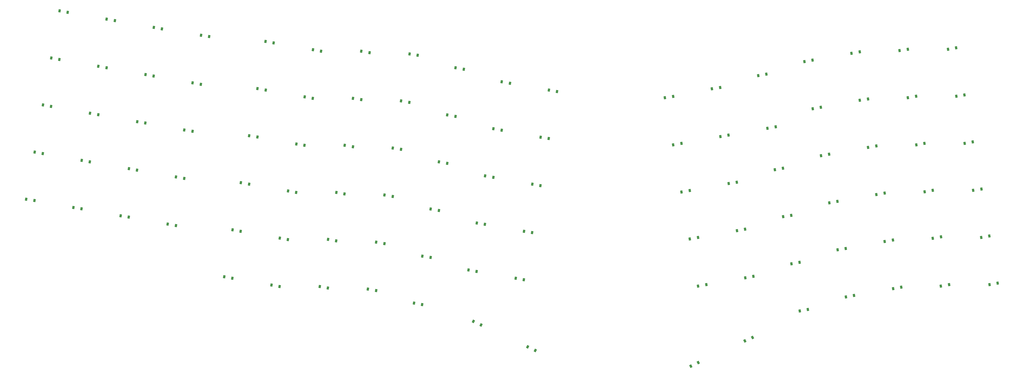
<source format=gbr>
%TF.GenerationSoftware,KiCad,Pcbnew,(6.0.4)*%
%TF.CreationDate,2022-12-29T17:09:07-05:00*%
%TF.ProjectId,atreuskeypad,61747265-7573-46b6-9579-7061642e6b69,rev?*%
%TF.SameCoordinates,Original*%
%TF.FileFunction,Paste,Bot*%
%TF.FilePolarity,Positive*%
%FSLAX46Y46*%
G04 Gerber Fmt 4.6, Leading zero omitted, Abs format (unit mm)*
G04 Created by KiCad (PCBNEW (6.0.4)) date 2022-12-29 17:09:07*
%MOMM*%
%LPD*%
G01*
G04 APERTURE LIST*
G04 Aperture macros list*
%AMRotRect*
0 Rectangle, with rotation*
0 The origin of the aperture is its center*
0 $1 length*
0 $2 width*
0 $3 Rotation angle, in degrees counterclockwise*
0 Add horizontal line*
21,1,$1,$2,0,0,$3*%
G04 Aperture macros list end*
%ADD10RotRect,0.900000X1.200000X190.000000*%
%ADD11RotRect,0.900000X1.200000X170.000000*%
%ADD12RotRect,0.900000X1.200000X205.000000*%
%ADD13RotRect,0.900000X1.200000X155.000000*%
G04 APERTURE END LIST*
D10*
%TO.C,D58*%
X231931216Y-119291154D03*
X228681350Y-119864192D03*
%TD*%
%TO.C,D80*%
X272363429Y-129184476D03*
X269113563Y-129757514D03*
%TD*%
D11*
%TO.C,D39*%
X132097464Y-107460833D03*
X128847598Y-106887795D03*
%TD*%
%TO.C,D55*%
X128789466Y-126221421D03*
X125539600Y-125648383D03*
%TD*%
D12*
%TO.C,D88*%
X194902719Y-178033574D03*
X191911903Y-179428214D03*
%TD*%
D11*
%TO.C,D6*%
X44822308Y-53899951D03*
X41572442Y-53326913D03*
%TD*%
D10*
%TO.C,D44*%
X265747434Y-91663300D03*
X262497568Y-92236338D03*
%TD*%
D11*
%TO.C,D11*%
X138713459Y-69939658D03*
X135463593Y-69366620D03*
%TD*%
%TO.C,D45*%
X-62649062Y-75907694D03*
X-65898928Y-75334656D03*
%TD*%
%TO.C,D46*%
X-43888475Y-79215692D03*
X-47138341Y-78642654D03*
%TD*%
%TO.C,D52*%
X73301622Y-111794886D03*
X70051756Y-111221848D03*
%TD*%
D10*
%TO.C,D99*%
X288212979Y-109367161D03*
X284963113Y-109940199D03*
%TD*%
%TO.C,D103*%
X294702919Y-146910563D03*
X291453053Y-147483601D03*
%TD*%
D11*
%TO.C,D50*%
X34898314Y-110181714D03*
X31648448Y-109608676D03*
%TD*%
D10*
%TO.C,D60*%
X269055432Y-110423888D03*
X265805566Y-110996926D03*
%TD*%
%TO.C,D31*%
X243678848Y-76210710D03*
X240428982Y-76783748D03*
%TD*%
%TO.C,D16*%
X259131438Y-54142125D03*
X255881572Y-54715163D03*
%TD*%
%TO.C,D42*%
X228623218Y-100530566D03*
X225373352Y-101103604D03*
%TD*%
%TO.C,D97*%
X284904981Y-90606573D03*
X281655115Y-91179611D03*
%TD*%
%TO.C,D76*%
X198114998Y-146919008D03*
X194865132Y-147492046D03*
%TD*%
D11*
%TO.C,D10*%
X119952872Y-66631660D03*
X116703006Y-66058622D03*
%TD*%
%TO.C,D27*%
X135405461Y-88700245D03*
X132155595Y-88127207D03*
%TD*%
%TO.C,D18*%
X-40580477Y-60455104D03*
X-43830343Y-59882066D03*
%TD*%
%TO.C,D4*%
X292803Y-48060371D03*
X-2957063Y-47487333D03*
%TD*%
%TO.C,D54*%
X110028878Y-122913423D03*
X106779012Y-122340385D03*
%TD*%
%TO.C,D83*%
X47528079Y-148259334D03*
X44278213Y-147686296D03*
%TD*%
%TO.C,D82*%
X28282319Y-147702890D03*
X25032453Y-147129852D03*
%TD*%
D10*
%TO.C,D93*%
X278288986Y-53085398D03*
X275039120Y-53658436D03*
%TD*%
D11*
%TO.C,D73*%
X88357252Y-136114742D03*
X85107386Y-135541704D03*
%TD*%
D12*
%TO.C,D89*%
X216477757Y-168007681D03*
X213486941Y-169402321D03*
%TD*%
D10*
%TO.C,D13*%
X203599488Y-68318518D03*
X200349622Y-68891556D03*
%TD*%
D11*
%TO.C,D37*%
X94973248Y-98593567D03*
X91723382Y-98020529D03*
%TD*%
D10*
%TO.C,D98*%
X304150742Y-90050128D03*
X300900876Y-90623166D03*
%TD*%
%TO.C,D102*%
X310766738Y-127571303D03*
X307516872Y-128144341D03*
%TD*%
D11*
%TO.C,D69*%
X12829729Y-125634304D03*
X9579863Y-125061266D03*
%TD*%
D10*
%TO.C,D101*%
X291476870Y-127877607D03*
X288227004Y-128450645D03*
%TD*%
D11*
%TO.C,D51*%
X54144075Y-110738159D03*
X50894209Y-110165121D03*
%TD*%
D10*
%TO.C,D32*%
X262439436Y-72902713D03*
X259189570Y-73475751D03*
%TD*%
D11*
%TO.C,D34*%
X38206312Y-91421126D03*
X34956446Y-90848088D03*
%TD*%
%TO.C,D81*%
X9521731Y-144394892D03*
X6271865Y-143821854D03*
%TD*%
D10*
%TO.C,D77*%
X216875586Y-143611010D03*
X213625720Y-144184048D03*
%TD*%
D11*
%TO.C,D53*%
X91665250Y-117354155D03*
X88415384Y-116781117D03*
%TD*%
%TO.C,D35*%
X57452073Y-91977571D03*
X54202207Y-91404533D03*
%TD*%
D13*
%TO.C,D87*%
X130019408Y-173163320D03*
X127028592Y-171768680D03*
%TD*%
D11*
%TO.C,D64*%
X-9675297Y-104592275D03*
X-12925163Y-104019237D03*
%TD*%
%TO.C,D66*%
X-50504470Y-116736867D03*
X-53754336Y-116163829D03*
%TD*%
%TO.C,D63*%
X-28435885Y-101284278D03*
X-31685751Y-100711240D03*
%TD*%
D10*
%TO.C,D30*%
X225712180Y-84021249D03*
X222462314Y-84594287D03*
%TD*%
%TO.C,D56*%
X194807000Y-128158420D03*
X191557134Y-128731458D03*
%TD*%
D11*
%TO.C,D70*%
X31590316Y-128942302D03*
X28340450Y-128369264D03*
%TD*%
%TO.C,D74*%
X106720880Y-141674011D03*
X103471014Y-141100973D03*
%TD*%
%TO.C,D38*%
X113336876Y-104152835D03*
X110087010Y-103579797D03*
%TD*%
D10*
%TO.C,D90*%
X238547212Y-156812329D03*
X235297346Y-157385367D03*
%TD*%
D11*
%TO.C,D26*%
X116644874Y-85392248D03*
X113395008Y-84819210D03*
%TD*%
%TO.C,D85*%
X85049255Y-154875330D03*
X81799389Y-154302292D03*
%TD*%
%TO.C,D62*%
X-47196472Y-97976280D03*
X-50446338Y-97403242D03*
%TD*%
%TO.C,D48*%
X-6367299Y-85831688D03*
X-9617165Y-85258650D03*
%TD*%
%TO.C,D3*%
X-18511891Y-45002514D03*
X-21761757Y-44429476D03*
%TD*%
D10*
%TO.C,D79*%
X253602842Y-132492473D03*
X250352976Y-133065511D03*
%TD*%
%TO.C,D29*%
X206951593Y-87329247D03*
X203701727Y-87902285D03*
%TD*%
D11*
%TO.C,D21*%
X22753722Y-69352541D03*
X19503856Y-68779503D03*
%TD*%
%TO.C,D5*%
X25935664Y-50569726D03*
X22685798Y-49996688D03*
%TD*%
%TO.C,D61*%
X-65957060Y-94668282D03*
X-69206926Y-94095244D03*
%TD*%
D10*
%TO.C,D12*%
X184883007Y-71876657D03*
X181633141Y-72449695D03*
%TD*%
D11*
%TO.C,D19*%
X-21819889Y-63763102D03*
X-25069755Y-63190064D03*
%TD*%
%TO.C,D8*%
X83225616Y-55513123D03*
X79975750Y-54940085D03*
%TD*%
%TO.C,D47*%
X-25127887Y-82523690D03*
X-28377753Y-81950652D03*
%TD*%
%TO.C,D65*%
X-69265058Y-113428870D03*
X-72514924Y-112855832D03*
%TD*%
D10*
%TO.C,D57*%
X213567588Y-124850422D03*
X210317722Y-125423460D03*
%TD*%
%TO.C,D94*%
X297534746Y-52528953D03*
X294284880Y-53101991D03*
%TD*%
D11*
%TO.C,D25*%
X98281246Y-79832979D03*
X95031380Y-79259941D03*
%TD*%
%TO.C,D67*%
X-31743883Y-120044865D03*
X-34993749Y-119471827D03*
%TD*%
%TO.C,D33*%
X19445724Y-88113129D03*
X16195858Y-87540091D03*
%TD*%
D10*
%TO.C,D100*%
X307582826Y-108788836D03*
X304332960Y-109361874D03*
%TD*%
%TO.C,D59*%
X250294844Y-113731886D03*
X247044978Y-114304924D03*
%TD*%
D11*
%TO.C,D84*%
X66685627Y-149316062D03*
X63435761Y-148743024D03*
%TD*%
%TO.C,D7*%
X64068068Y-54456396D03*
X60818202Y-53883358D03*
%TD*%
%TO.C,D9*%
X101589244Y-61072392D03*
X98339378Y-60499354D03*
%TD*%
D10*
%TO.C,D91*%
X256910840Y-151253061D03*
X253660974Y-151826099D03*
%TD*%
%TO.C,D92*%
X275671427Y-147945063D03*
X272421561Y-148518101D03*
%TD*%
D11*
%TO.C,D68*%
X-12983295Y-123352863D03*
X-16233161Y-122779825D03*
%TD*%
D10*
%TO.C,D43*%
X246986846Y-94971298D03*
X243736980Y-95544336D03*
%TD*%
D11*
%TO.C,D49*%
X16137726Y-106873716D03*
X12887860Y-106300678D03*
%TD*%
%TO.C,D72*%
X69993625Y-130555474D03*
X66743759Y-129982436D03*
%TD*%
D10*
%TO.C,D78*%
X235239214Y-138051742D03*
X231989348Y-138624780D03*
%TD*%
D11*
%TO.C,D24*%
X79917618Y-74273711D03*
X76667752Y-73700673D03*
%TD*%
%TO.C,D75*%
X125481468Y-144982008D03*
X122231602Y-144408970D03*
%TD*%
D10*
%TO.C,D40*%
X191499003Y-109397832D03*
X188249137Y-109970870D03*
%TD*%
D11*
%TO.C,D1*%
X-56033067Y-38386519D03*
X-59282933Y-37813481D03*
%TD*%
%TO.C,D36*%
X76609620Y-93034299D03*
X73359754Y-92461261D03*
%TD*%
%TO.C,D17*%
X-59341065Y-57147107D03*
X-62590931Y-56574069D03*
%TD*%
D10*
%TO.C,D96*%
X300842744Y-71289540D03*
X297592878Y-71862578D03*
%TD*%
D13*
%TO.C,D86*%
X108429408Y-163003320D03*
X105438592Y-161608680D03*
%TD*%
D10*
%TO.C,D95*%
X281596984Y-71845985D03*
X278347118Y-72419023D03*
%TD*%
D11*
%TO.C,D22*%
X41514310Y-72660539D03*
X38264444Y-72087501D03*
%TD*%
D10*
%TO.C,D41*%
X210259590Y-106089835D03*
X207009724Y-106662873D03*
%TD*%
D11*
%TO.C,D20*%
X-3059301Y-67071100D03*
X-6309167Y-66498062D03*
%TD*%
D10*
%TO.C,D104*%
X314074735Y-146331891D03*
X310824869Y-146904929D03*
%TD*%
D11*
%TO.C,D71*%
X50836077Y-129498747D03*
X47586211Y-128925709D03*
%TD*%
%TO.C,D2*%
X-37272479Y-41694517D03*
X-40522345Y-41121479D03*
%TD*%
D10*
%TO.C,D14*%
X222007223Y-63009391D03*
X218757357Y-63582429D03*
%TD*%
%TO.C,D28*%
X188191005Y-90637245D03*
X184941139Y-91210283D03*
%TD*%
%TO.C,D15*%
X240370851Y-57450123D03*
X237120985Y-58023161D03*
%TD*%
D11*
%TO.C,D23*%
X60760070Y-73216984D03*
X57510204Y-72643946D03*
%TD*%
M02*

</source>
